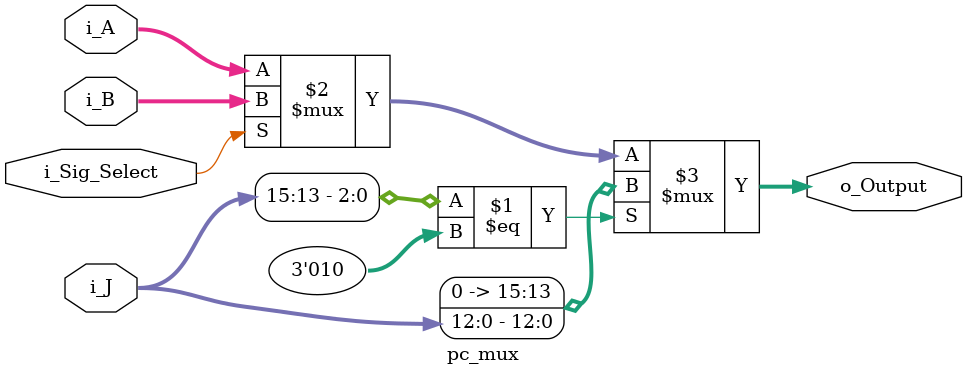
<source format=v>
module pc_mux(
    i_Sig_Select,
    i_J,
    i_A,
    i_B,
    o_Output
    );
    
    input i_Sig_Select;
    input [15:0] i_J;
    input [15:0] i_A;
    input [15:0] i_B;
    output [15:0] o_Output;
    
    assign o_Output = (i_J[15:13] == 3'b010) ? {3'b0, i_J[12:0]} : (( i_Sig_Select) ? i_B : i_A);

endmodule
</source>
